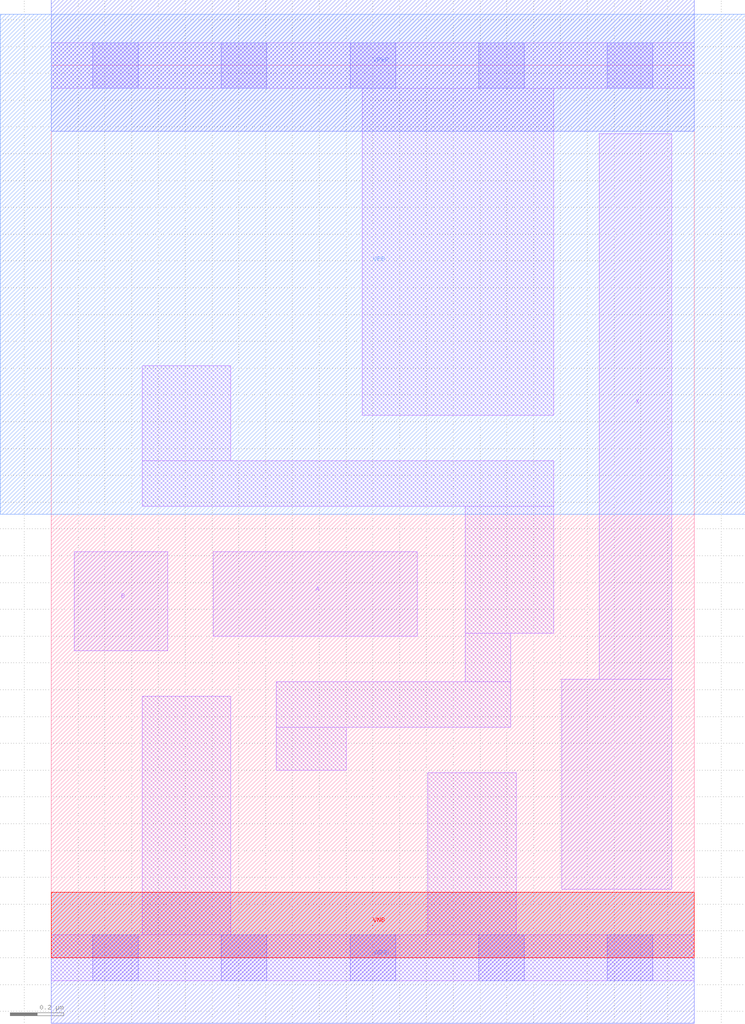
<source format=lef>
# Copyright 2020 The SkyWater PDK Authors
#
# Licensed under the Apache License, Version 2.0 (the "License");
# you may not use this file except in compliance with the License.
# You may obtain a copy of the License at
#
#     https://www.apache.org/licenses/LICENSE-2.0
#
# Unless required by applicable law or agreed to in writing, software
# distributed under the License is distributed on an "AS IS" BASIS,
# WITHOUT WARRANTIES OR CONDITIONS OF ANY KIND, either express or implied.
# See the License for the specific language governing permissions and
# limitations under the License.
#
# SPDX-License-Identifier: Apache-2.0

VERSION 5.7 ;
  NOWIREEXTENSIONATPIN ON ;
  DIVIDERCHAR "/" ;
  BUSBITCHARS "[]" ;
MACRO sky130_fd_sc_lp__or2_1
  CLASS CORE ;
  FOREIGN sky130_fd_sc_lp__or2_1 ;
  ORIGIN  0.000000  0.000000 ;
  SIZE  2.400000 BY  3.330000 ;
  SYMMETRY X Y R90 ;
  SITE unit ;
  PIN A
    ANTENNAGATEAREA  0.126000 ;
    DIRECTION INPUT ;
    USE SIGNAL ;
    PORT
      LAYER li1 ;
        RECT 0.605000 1.200000 1.365000 1.515000 ;
    END
  END A
  PIN B
    ANTENNAGATEAREA  0.126000 ;
    DIRECTION INPUT ;
    USE SIGNAL ;
    PORT
      LAYER li1 ;
        RECT 0.085000 1.145000 0.435000 1.515000 ;
    END
  END B
  PIN X
    ANTENNADIFFAREA  0.556500 ;
    DIRECTION OUTPUT ;
    USE SIGNAL ;
    PORT
      LAYER li1 ;
        RECT 1.905000 0.255000 2.315000 1.040000 ;
        RECT 2.045000 1.040000 2.315000 3.075000 ;
    END
  END X
  PIN VGND
    DIRECTION INOUT ;
    USE GROUND ;
    PORT
      LAYER met1 ;
        RECT 0.000000 -0.245000 2.400000 0.245000 ;
    END
  END VGND
  PIN VNB
    DIRECTION INOUT ;
    USE GROUND ;
    PORT
      LAYER pwell ;
        RECT 0.000000 0.000000 2.400000 0.245000 ;
    END
  END VNB
  PIN VPB
    DIRECTION INOUT ;
    USE POWER ;
    PORT
      LAYER nwell ;
        RECT -0.190000 1.655000 2.590000 3.520000 ;
    END
  END VPB
  PIN VPWR
    DIRECTION INOUT ;
    USE POWER ;
    PORT
      LAYER met1 ;
        RECT 0.000000 3.085000 2.400000 3.575000 ;
    END
  END VPWR
  OBS
    LAYER li1 ;
      RECT 0.000000 -0.085000 2.400000 0.085000 ;
      RECT 0.000000  3.245000 2.400000 3.415000 ;
      RECT 0.340000  0.085000 0.670000 0.975000 ;
      RECT 0.340000  1.685000 1.875000 1.855000 ;
      RECT 0.340000  1.855000 0.670000 2.210000 ;
      RECT 0.840000  0.700000 1.100000 0.860000 ;
      RECT 0.840000  0.860000 1.715000 1.030000 ;
      RECT 1.160000  2.025000 1.875000 3.245000 ;
      RECT 1.405000  0.085000 1.735000 0.690000 ;
      RECT 1.545000  1.030000 1.715000 1.210000 ;
      RECT 1.545000  1.210000 1.875000 1.685000 ;
    LAYER mcon ;
      RECT 0.155000 -0.085000 0.325000 0.085000 ;
      RECT 0.155000  3.245000 0.325000 3.415000 ;
      RECT 0.635000 -0.085000 0.805000 0.085000 ;
      RECT 0.635000  3.245000 0.805000 3.415000 ;
      RECT 1.115000 -0.085000 1.285000 0.085000 ;
      RECT 1.115000  3.245000 1.285000 3.415000 ;
      RECT 1.595000 -0.085000 1.765000 0.085000 ;
      RECT 1.595000  3.245000 1.765000 3.415000 ;
      RECT 2.075000 -0.085000 2.245000 0.085000 ;
      RECT 2.075000  3.245000 2.245000 3.415000 ;
  END
END sky130_fd_sc_lp__or2_1
END LIBRARY

</source>
